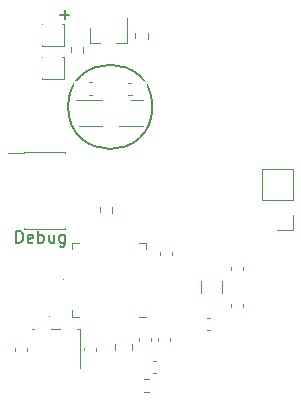
<source format=gto>
G04 #@! TF.GenerationSoftware,KiCad,Pcbnew,5.1.10*
G04 #@! TF.CreationDate,2021-11-09T15:36:01+02:00*
G04 #@! TF.ProjectId,PlantBuddy,506c616e-7442-4756-9464-792e6b696361,rev?*
G04 #@! TF.SameCoordinates,Original*
G04 #@! TF.FileFunction,Legend,Top*
G04 #@! TF.FilePolarity,Positive*
%FSLAX46Y46*%
G04 Gerber Fmt 4.6, Leading zero omitted, Abs format (unit mm)*
G04 Created by KiCad (PCBNEW 5.1.10) date 2021-11-09 15:36:01*
%MOMM*%
%LPD*%
G01*
G04 APERTURE LIST*
%ADD10C,0.150000*%
%ADD11C,0.120000*%
%ADD12O,2.100000X2.100000*%
G04 APERTURE END LIST*
D10*
X61528127Y-48500599D02*
X62290032Y-48500599D01*
X61909080Y-48881551D02*
X61909080Y-48119647D01*
X57804060Y-67779151D02*
X57804060Y-66779151D01*
X58042156Y-66779151D01*
X58185013Y-66826771D01*
X58280251Y-66922009D01*
X58327870Y-67017247D01*
X58375489Y-67207723D01*
X58375489Y-67350580D01*
X58327870Y-67541056D01*
X58280251Y-67636294D01*
X58185013Y-67731532D01*
X58042156Y-67779151D01*
X57804060Y-67779151D01*
X59185013Y-67731532D02*
X59089775Y-67779151D01*
X58899299Y-67779151D01*
X58804060Y-67731532D01*
X58756441Y-67636294D01*
X58756441Y-67255342D01*
X58804060Y-67160104D01*
X58899299Y-67112485D01*
X59089775Y-67112485D01*
X59185013Y-67160104D01*
X59232632Y-67255342D01*
X59232632Y-67350580D01*
X58756441Y-67445818D01*
X59661203Y-67779151D02*
X59661203Y-66779151D01*
X59661203Y-67160104D02*
X59756441Y-67112485D01*
X59946918Y-67112485D01*
X60042156Y-67160104D01*
X60089775Y-67207723D01*
X60137394Y-67302961D01*
X60137394Y-67588675D01*
X60089775Y-67683913D01*
X60042156Y-67731532D01*
X59946918Y-67779151D01*
X59756441Y-67779151D01*
X59661203Y-67731532D01*
X60994537Y-67112485D02*
X60994537Y-67779151D01*
X60565965Y-67112485D02*
X60565965Y-67636294D01*
X60613584Y-67731532D01*
X60708822Y-67779151D01*
X60851680Y-67779151D01*
X60946918Y-67731532D01*
X60994537Y-67683913D01*
X61899299Y-67112485D02*
X61899299Y-67922009D01*
X61851680Y-68017247D01*
X61804060Y-68064866D01*
X61708822Y-68112485D01*
X61565965Y-68112485D01*
X61470727Y-68064866D01*
X61899299Y-67731532D02*
X61804060Y-67779151D01*
X61613584Y-67779151D01*
X61518346Y-67731532D01*
X61470727Y-67683913D01*
X61423108Y-67588675D01*
X61423108Y-67302961D01*
X61470727Y-67207723D01*
X61518346Y-67160104D01*
X61613584Y-67112485D01*
X61804060Y-67112485D01*
X61899299Y-67160104D01*
X69310060Y-56279440D02*
G75*
G03*
X69310060Y-56279440I-3565060J0D01*
G01*
D11*
X59943080Y-52051171D02*
X61843080Y-52051171D01*
X61843080Y-52051171D02*
X61843080Y-53951171D01*
X61843080Y-53951171D02*
X59943080Y-53951171D01*
X59943080Y-53951171D02*
X59943080Y-52051171D01*
X59943080Y-49257171D02*
X61843080Y-49257171D01*
X61843080Y-49257171D02*
X61843080Y-51157171D01*
X61843080Y-51157171D02*
X59943080Y-51157171D01*
X59943080Y-51157171D02*
X59943080Y-49257171D01*
X62402580Y-51714429D02*
X62402580Y-51239913D01*
X63447580Y-51714429D02*
X63447580Y-51239913D01*
X81222280Y-61526371D02*
X78562280Y-61526371D01*
X81222280Y-64126371D02*
X81222280Y-61526371D01*
X78562280Y-64126371D02*
X78562280Y-61526371D01*
X81222280Y-64126371D02*
X78562280Y-64126371D01*
X81222280Y-65396371D02*
X81222280Y-66726371D01*
X81222280Y-66726371D02*
X79892280Y-66726371D01*
X60592680Y-74165607D02*
X60592680Y-73949935D01*
X59872680Y-74165607D02*
X59872680Y-73949935D01*
X63928020Y-54216400D02*
X64209180Y-54216400D01*
X63928020Y-55236400D02*
X64209180Y-55236400D01*
X69669660Y-78809571D02*
X69388500Y-78809571D01*
X69669660Y-77789571D02*
X69388500Y-77789571D01*
X70826480Y-75872991D02*
X70826480Y-76154151D01*
X69806480Y-75872991D02*
X69806480Y-76154151D01*
X76998680Y-72977391D02*
X76998680Y-73258551D01*
X75978680Y-72977391D02*
X75978680Y-73258551D01*
X75953280Y-70134351D02*
X75953280Y-69853191D01*
X76973280Y-70134351D02*
X76973280Y-69853191D01*
X69200880Y-75872991D02*
X69200880Y-76154151D01*
X68180880Y-75872991D02*
X68180880Y-76154151D01*
X58710680Y-76685791D02*
X58710680Y-76966951D01*
X57690680Y-76685791D02*
X57690680Y-76966951D01*
X70953480Y-68583191D02*
X70953480Y-68864351D01*
X69933480Y-68583191D02*
X69933480Y-68864351D01*
X63507280Y-76941551D02*
X63507280Y-76660391D01*
X64527280Y-76941551D02*
X64527280Y-76660391D01*
X74241660Y-75151971D02*
X73960500Y-75151971D01*
X74241660Y-74131971D02*
X73960500Y-74131971D01*
X67293520Y-54218371D02*
X67574680Y-54218371D01*
X67293520Y-55238371D02*
X67574680Y-55238371D01*
X68580622Y-79351871D02*
X69055138Y-79351871D01*
X68580622Y-80396871D02*
X69055138Y-80396871D01*
X68908580Y-50020713D02*
X68908580Y-50495229D01*
X67863580Y-50020713D02*
X67863580Y-50495229D01*
X65885980Y-64778113D02*
X65885980Y-65252629D01*
X64840980Y-64778113D02*
X64840980Y-65252629D01*
X58407600Y-60112600D02*
X61937600Y-60112600D01*
X58407600Y-66582600D02*
X61937600Y-66582600D01*
X57082600Y-60177600D02*
X58407600Y-60177600D01*
X58407600Y-60112600D02*
X58407600Y-60177600D01*
X61937600Y-60112600D02*
X61937600Y-60177600D01*
X58407600Y-66517600D02*
X58407600Y-66582600D01*
X61937600Y-66517600D02*
X61937600Y-66582600D01*
X64012080Y-50890971D02*
X64012080Y-49430971D01*
X67172080Y-50890971D02*
X67172080Y-48730971D01*
X67172080Y-50890971D02*
X66242080Y-50890971D01*
X64012080Y-50890971D02*
X64942080Y-50890971D01*
X62843200Y-55709200D02*
X65043200Y-55709200D01*
X63063200Y-57909200D02*
X65033200Y-57909200D01*
X68210100Y-74035600D02*
X68760100Y-74035600D01*
X62540100Y-67815600D02*
X62540100Y-68365600D01*
X63090100Y-67815600D02*
X62540100Y-67815600D01*
X68760100Y-67815600D02*
X68760100Y-68365600D01*
X68210100Y-67815600D02*
X68760100Y-67815600D01*
X62540100Y-74035600D02*
X62540100Y-73485600D01*
X63090100Y-74035600D02*
X62540100Y-74035600D01*
X61761600Y-70760264D02*
X61761600Y-70975936D01*
X61041600Y-70760264D02*
X61041600Y-70975936D01*
X57928696Y-71033979D02*
X58081199Y-71186482D01*
X57419579Y-71543096D02*
X57572082Y-71695599D01*
X63147080Y-75125571D02*
X59147080Y-75125571D01*
X63147080Y-78425571D02*
X63147080Y-75125571D01*
X73464200Y-72250800D02*
X73464200Y-70900800D01*
X75214200Y-72250800D02*
X75214200Y-70900800D01*
X66152600Y-76905178D02*
X66152600Y-76388022D01*
X67572600Y-76905178D02*
X67572600Y-76388022D01*
X66511600Y-57922400D02*
X68511600Y-57922400D01*
X67511600Y-55702400D02*
X68511600Y-55702400D01*
%LPC*%
G36*
G01*
X59943080Y-53751171D02*
X59943080Y-52251171D01*
G75*
G02*
X60143080Y-52051171I200000J0D01*
G01*
X61643080Y-52051171D01*
G75*
G02*
X61843080Y-52251171I0J-200000D01*
G01*
X61843080Y-53751171D01*
G75*
G02*
X61643080Y-53951171I-200000J0D01*
G01*
X60143080Y-53951171D01*
G75*
G02*
X59943080Y-53751171I0J200000D01*
G01*
G37*
G36*
G01*
X59943080Y-50957171D02*
X59943080Y-49457171D01*
G75*
G02*
X60143080Y-49257171I200000J0D01*
G01*
X61643080Y-49257171D01*
G75*
G02*
X61843080Y-49457171I0J-200000D01*
G01*
X61843080Y-50957171D01*
G75*
G02*
X61643080Y-51157171I-200000J0D01*
G01*
X60143080Y-51157171D01*
G75*
G02*
X59943080Y-50957171I0J200000D01*
G01*
G37*
G36*
G01*
X63300080Y-51252171D02*
X62550080Y-51252171D01*
G75*
G02*
X62250080Y-50952171I0J300000D01*
G01*
X62250080Y-50352171D01*
G75*
G02*
X62550080Y-50052171I300000J0D01*
G01*
X63300080Y-50052171D01*
G75*
G02*
X63600080Y-50352171I0J-300000D01*
G01*
X63600080Y-50952171D01*
G75*
G02*
X63300080Y-51252171I-300000J0D01*
G01*
G37*
G36*
G01*
X63300080Y-52902171D02*
X62550080Y-52902171D01*
G75*
G02*
X62250080Y-52602171I0J300000D01*
G01*
X62250080Y-52002171D01*
G75*
G02*
X62550080Y-51702171I300000J0D01*
G01*
X63300080Y-51702171D01*
G75*
G02*
X63600080Y-52002171I0J-300000D01*
G01*
X63600080Y-52602171D01*
G75*
G02*
X63300080Y-52902171I-300000J0D01*
G01*
G37*
D12*
X79892280Y-62856371D03*
G36*
G01*
X80942280Y-64546371D02*
X80942280Y-66246371D01*
G75*
G02*
X80742280Y-66446371I-200000J0D01*
G01*
X79042280Y-66446371D01*
G75*
G02*
X78842280Y-66246371I0J200000D01*
G01*
X78842280Y-64546371D01*
G75*
G02*
X79042280Y-64346371I200000J0D01*
G01*
X80742280Y-64346371D01*
G75*
G02*
X80942280Y-64546371I0J-200000D01*
G01*
G37*
G36*
G01*
X60502680Y-74057771D02*
X59962680Y-74057771D01*
G75*
G02*
X59722680Y-73817771I0J240000D01*
G01*
X59722680Y-73337771D01*
G75*
G02*
X59962680Y-73097771I240000J0D01*
G01*
X60502680Y-73097771D01*
G75*
G02*
X60742680Y-73337771I0J-240000D01*
G01*
X60742680Y-73817771D01*
G75*
G02*
X60502680Y-74057771I-240000J0D01*
G01*
G37*
G36*
G01*
X60502680Y-75017771D02*
X59962680Y-75017771D01*
G75*
G02*
X59722680Y-74777771I0J240000D01*
G01*
X59722680Y-74297771D01*
G75*
G02*
X59962680Y-74057771I240000J0D01*
G01*
X60502680Y-74057771D01*
G75*
G02*
X60742680Y-74297771I0J-240000D01*
G01*
X60742680Y-74777771D01*
G75*
G02*
X60502680Y-75017771I-240000J0D01*
G01*
G37*
G36*
G01*
X62643600Y-55076400D02*
X62643600Y-54376400D01*
G75*
G02*
X62968600Y-54051400I325000J0D01*
G01*
X63618600Y-54051400D01*
G75*
G02*
X63943600Y-54376400I0J-325000D01*
G01*
X63943600Y-55076400D01*
G75*
G02*
X63618600Y-55401400I-325000J0D01*
G01*
X62968600Y-55401400D01*
G75*
G02*
X62643600Y-55076400I0J325000D01*
G01*
G37*
G36*
G01*
X64193600Y-55076400D02*
X64193600Y-54376400D01*
G75*
G02*
X64518600Y-54051400I325000J0D01*
G01*
X65168600Y-54051400D01*
G75*
G02*
X65493600Y-54376400I0J-325000D01*
G01*
X65493600Y-55076400D01*
G75*
G02*
X65168600Y-55401400I-325000J0D01*
G01*
X64518600Y-55401400D01*
G75*
G02*
X64193600Y-55076400I0J325000D01*
G01*
G37*
G36*
G01*
X70954080Y-77949571D02*
X70954080Y-78649571D01*
G75*
G02*
X70629080Y-78974571I-325000J0D01*
G01*
X69979080Y-78974571D01*
G75*
G02*
X69654080Y-78649571I0J325000D01*
G01*
X69654080Y-77949571D01*
G75*
G02*
X69979080Y-77624571I325000J0D01*
G01*
X70629080Y-77624571D01*
G75*
G02*
X70954080Y-77949571I0J-325000D01*
G01*
G37*
G36*
G01*
X69404080Y-77949571D02*
X69404080Y-78649571D01*
G75*
G02*
X69079080Y-78974571I-325000J0D01*
G01*
X68429080Y-78974571D01*
G75*
G02*
X68104080Y-78649571I0J325000D01*
G01*
X68104080Y-77949571D01*
G75*
G02*
X68429080Y-77624571I325000J0D01*
G01*
X69079080Y-77624571D01*
G75*
G02*
X69404080Y-77949571I0J-325000D01*
G01*
G37*
G36*
G01*
X69966480Y-74588571D02*
X70666480Y-74588571D01*
G75*
G02*
X70991480Y-74913571I0J-325000D01*
G01*
X70991480Y-75563571D01*
G75*
G02*
X70666480Y-75888571I-325000J0D01*
G01*
X69966480Y-75888571D01*
G75*
G02*
X69641480Y-75563571I0J325000D01*
G01*
X69641480Y-74913571D01*
G75*
G02*
X69966480Y-74588571I325000J0D01*
G01*
G37*
G36*
G01*
X69966480Y-76138571D02*
X70666480Y-76138571D01*
G75*
G02*
X70991480Y-76463571I0J-325000D01*
G01*
X70991480Y-77113571D01*
G75*
G02*
X70666480Y-77438571I-325000J0D01*
G01*
X69966480Y-77438571D01*
G75*
G02*
X69641480Y-77113571I0J325000D01*
G01*
X69641480Y-76463571D01*
G75*
G02*
X69966480Y-76138571I325000J0D01*
G01*
G37*
G36*
G01*
X76138680Y-71692971D02*
X76838680Y-71692971D01*
G75*
G02*
X77163680Y-72017971I0J-325000D01*
G01*
X77163680Y-72667971D01*
G75*
G02*
X76838680Y-72992971I-325000J0D01*
G01*
X76138680Y-72992971D01*
G75*
G02*
X75813680Y-72667971I0J325000D01*
G01*
X75813680Y-72017971D01*
G75*
G02*
X76138680Y-71692971I325000J0D01*
G01*
G37*
G36*
G01*
X76138680Y-73242971D02*
X76838680Y-73242971D01*
G75*
G02*
X77163680Y-73567971I0J-325000D01*
G01*
X77163680Y-74217971D01*
G75*
G02*
X76838680Y-74542971I-325000J0D01*
G01*
X76138680Y-74542971D01*
G75*
G02*
X75813680Y-74217971I0J325000D01*
G01*
X75813680Y-73567971D01*
G75*
G02*
X76138680Y-73242971I325000J0D01*
G01*
G37*
G36*
G01*
X76813280Y-71418771D02*
X76113280Y-71418771D01*
G75*
G02*
X75788280Y-71093771I0J325000D01*
G01*
X75788280Y-70443771D01*
G75*
G02*
X76113280Y-70118771I325000J0D01*
G01*
X76813280Y-70118771D01*
G75*
G02*
X77138280Y-70443771I0J-325000D01*
G01*
X77138280Y-71093771D01*
G75*
G02*
X76813280Y-71418771I-325000J0D01*
G01*
G37*
G36*
G01*
X76813280Y-69868771D02*
X76113280Y-69868771D01*
G75*
G02*
X75788280Y-69543771I0J325000D01*
G01*
X75788280Y-68893771D01*
G75*
G02*
X76113280Y-68568771I325000J0D01*
G01*
X76813280Y-68568771D01*
G75*
G02*
X77138280Y-68893771I0J-325000D01*
G01*
X77138280Y-69543771D01*
G75*
G02*
X76813280Y-69868771I-325000J0D01*
G01*
G37*
G36*
G01*
X68340880Y-74588571D02*
X69040880Y-74588571D01*
G75*
G02*
X69365880Y-74913571I0J-325000D01*
G01*
X69365880Y-75563571D01*
G75*
G02*
X69040880Y-75888571I-325000J0D01*
G01*
X68340880Y-75888571D01*
G75*
G02*
X68015880Y-75563571I0J325000D01*
G01*
X68015880Y-74913571D01*
G75*
G02*
X68340880Y-74588571I325000J0D01*
G01*
G37*
G36*
G01*
X68340880Y-76138571D02*
X69040880Y-76138571D01*
G75*
G02*
X69365880Y-76463571I0J-325000D01*
G01*
X69365880Y-77113571D01*
G75*
G02*
X69040880Y-77438571I-325000J0D01*
G01*
X68340880Y-77438571D01*
G75*
G02*
X68015880Y-77113571I0J325000D01*
G01*
X68015880Y-76463571D01*
G75*
G02*
X68340880Y-76138571I325000J0D01*
G01*
G37*
G36*
G01*
X57850680Y-75401371D02*
X58550680Y-75401371D01*
G75*
G02*
X58875680Y-75726371I0J-325000D01*
G01*
X58875680Y-76376371D01*
G75*
G02*
X58550680Y-76701371I-325000J0D01*
G01*
X57850680Y-76701371D01*
G75*
G02*
X57525680Y-76376371I0J325000D01*
G01*
X57525680Y-75726371D01*
G75*
G02*
X57850680Y-75401371I325000J0D01*
G01*
G37*
G36*
G01*
X57850680Y-76951371D02*
X58550680Y-76951371D01*
G75*
G02*
X58875680Y-77276371I0J-325000D01*
G01*
X58875680Y-77926371D01*
G75*
G02*
X58550680Y-78251371I-325000J0D01*
G01*
X57850680Y-78251371D01*
G75*
G02*
X57525680Y-77926371I0J325000D01*
G01*
X57525680Y-77276371D01*
G75*
G02*
X57850680Y-76951371I325000J0D01*
G01*
G37*
G36*
G01*
X70093480Y-67298771D02*
X70793480Y-67298771D01*
G75*
G02*
X71118480Y-67623771I0J-325000D01*
G01*
X71118480Y-68273771D01*
G75*
G02*
X70793480Y-68598771I-325000J0D01*
G01*
X70093480Y-68598771D01*
G75*
G02*
X69768480Y-68273771I0J325000D01*
G01*
X69768480Y-67623771D01*
G75*
G02*
X70093480Y-67298771I325000J0D01*
G01*
G37*
G36*
G01*
X70093480Y-68848771D02*
X70793480Y-68848771D01*
G75*
G02*
X71118480Y-69173771I0J-325000D01*
G01*
X71118480Y-69823771D01*
G75*
G02*
X70793480Y-70148771I-325000J0D01*
G01*
X70093480Y-70148771D01*
G75*
G02*
X69768480Y-69823771I0J325000D01*
G01*
X69768480Y-69173771D01*
G75*
G02*
X70093480Y-68848771I325000J0D01*
G01*
G37*
G36*
G01*
X64367280Y-78225971D02*
X63667280Y-78225971D01*
G75*
G02*
X63342280Y-77900971I0J325000D01*
G01*
X63342280Y-77250971D01*
G75*
G02*
X63667280Y-76925971I325000J0D01*
G01*
X64367280Y-76925971D01*
G75*
G02*
X64692280Y-77250971I0J-325000D01*
G01*
X64692280Y-77900971D01*
G75*
G02*
X64367280Y-78225971I-325000J0D01*
G01*
G37*
G36*
G01*
X64367280Y-76675971D02*
X63667280Y-76675971D01*
G75*
G02*
X63342280Y-76350971I0J325000D01*
G01*
X63342280Y-75700971D01*
G75*
G02*
X63667280Y-75375971I325000J0D01*
G01*
X64367280Y-75375971D01*
G75*
G02*
X64692280Y-75700971I0J-325000D01*
G01*
X64692280Y-76350971D01*
G75*
G02*
X64367280Y-76675971I-325000J0D01*
G01*
G37*
G36*
G01*
X75526080Y-74291971D02*
X75526080Y-74991971D01*
G75*
G02*
X75201080Y-75316971I-325000J0D01*
G01*
X74551080Y-75316971D01*
G75*
G02*
X74226080Y-74991971I0J325000D01*
G01*
X74226080Y-74291971D01*
G75*
G02*
X74551080Y-73966971I325000J0D01*
G01*
X75201080Y-73966971D01*
G75*
G02*
X75526080Y-74291971I0J-325000D01*
G01*
G37*
G36*
G01*
X73976080Y-74291971D02*
X73976080Y-74991971D01*
G75*
G02*
X73651080Y-75316971I-325000J0D01*
G01*
X73001080Y-75316971D01*
G75*
G02*
X72676080Y-74991971I0J325000D01*
G01*
X72676080Y-74291971D01*
G75*
G02*
X73001080Y-73966971I325000J0D01*
G01*
X73651080Y-73966971D01*
G75*
G02*
X73976080Y-74291971I0J-325000D01*
G01*
G37*
G36*
G01*
X66009100Y-55078371D02*
X66009100Y-54378371D01*
G75*
G02*
X66334100Y-54053371I325000J0D01*
G01*
X66984100Y-54053371D01*
G75*
G02*
X67309100Y-54378371I0J-325000D01*
G01*
X67309100Y-55078371D01*
G75*
G02*
X66984100Y-55403371I-325000J0D01*
G01*
X66334100Y-55403371D01*
G75*
G02*
X66009100Y-55078371I0J325000D01*
G01*
G37*
G36*
G01*
X67559100Y-55078371D02*
X67559100Y-54378371D01*
G75*
G02*
X67884100Y-54053371I325000J0D01*
G01*
X68534100Y-54053371D01*
G75*
G02*
X68859100Y-54378371I0J-325000D01*
G01*
X68859100Y-55078371D01*
G75*
G02*
X68534100Y-55403371I-325000J0D01*
G01*
X67884100Y-55403371D01*
G75*
G02*
X67559100Y-55078371I0J325000D01*
G01*
G37*
G36*
G01*
X67392880Y-80249371D02*
X67392880Y-79499371D01*
G75*
G02*
X67692880Y-79199371I300000J0D01*
G01*
X68292880Y-79199371D01*
G75*
G02*
X68592880Y-79499371I0J-300000D01*
G01*
X68592880Y-80249371D01*
G75*
G02*
X68292880Y-80549371I-300000J0D01*
G01*
X67692880Y-80549371D01*
G75*
G02*
X67392880Y-80249371I0J300000D01*
G01*
G37*
G36*
G01*
X69042880Y-80249371D02*
X69042880Y-79499371D01*
G75*
G02*
X69342880Y-79199371I300000J0D01*
G01*
X69942880Y-79199371D01*
G75*
G02*
X70242880Y-79499371I0J-300000D01*
G01*
X70242880Y-80249371D01*
G75*
G02*
X69942880Y-80549371I-300000J0D01*
G01*
X69342880Y-80549371D01*
G75*
G02*
X69042880Y-80249371I0J300000D01*
G01*
G37*
G36*
G01*
X68011080Y-48832971D02*
X68761080Y-48832971D01*
G75*
G02*
X69061080Y-49132971I0J-300000D01*
G01*
X69061080Y-49732971D01*
G75*
G02*
X68761080Y-50032971I-300000J0D01*
G01*
X68011080Y-50032971D01*
G75*
G02*
X67711080Y-49732971I0J300000D01*
G01*
X67711080Y-49132971D01*
G75*
G02*
X68011080Y-48832971I300000J0D01*
G01*
G37*
G36*
G01*
X68011080Y-50482971D02*
X68761080Y-50482971D01*
G75*
G02*
X69061080Y-50782971I0J-300000D01*
G01*
X69061080Y-51382971D01*
G75*
G02*
X68761080Y-51682971I-300000J0D01*
G01*
X68011080Y-51682971D01*
G75*
G02*
X67711080Y-51382971I0J300000D01*
G01*
X67711080Y-50782971D01*
G75*
G02*
X68011080Y-50482971I300000J0D01*
G01*
G37*
G36*
G01*
X64988480Y-63590371D02*
X65738480Y-63590371D01*
G75*
G02*
X66038480Y-63890371I0J-300000D01*
G01*
X66038480Y-64490371D01*
G75*
G02*
X65738480Y-64790371I-300000J0D01*
G01*
X64988480Y-64790371D01*
G75*
G02*
X64688480Y-64490371I0J300000D01*
G01*
X64688480Y-63890371D01*
G75*
G02*
X64988480Y-63590371I300000J0D01*
G01*
G37*
G36*
G01*
X64988480Y-65240371D02*
X65738480Y-65240371D01*
G75*
G02*
X66038480Y-65540371I0J-300000D01*
G01*
X66038480Y-66140371D01*
G75*
G02*
X65738480Y-66440371I-300000J0D01*
G01*
X64988480Y-66440371D01*
G75*
G02*
X64688480Y-66140371I0J300000D01*
G01*
X64688480Y-65540371D01*
G75*
G02*
X64988480Y-65240371I300000J0D01*
G01*
G37*
G36*
G01*
X56822600Y-61177600D02*
X56822600Y-60437600D01*
G75*
G02*
X57022600Y-60237600I200000J0D01*
G01*
X59422600Y-60237600D01*
G75*
G02*
X59622600Y-60437600I0J-200000D01*
G01*
X59622600Y-61177600D01*
G75*
G02*
X59422600Y-61377600I-200000J0D01*
G01*
X57022600Y-61377600D01*
G75*
G02*
X56822600Y-61177600I0J200000D01*
G01*
G37*
G36*
G01*
X60722600Y-61177600D02*
X60722600Y-60437600D01*
G75*
G02*
X60922600Y-60237600I200000J0D01*
G01*
X63322600Y-60237600D01*
G75*
G02*
X63522600Y-60437600I0J-200000D01*
G01*
X63522600Y-61177600D01*
G75*
G02*
X63322600Y-61377600I-200000J0D01*
G01*
X60922600Y-61377600D01*
G75*
G02*
X60722600Y-61177600I0J200000D01*
G01*
G37*
G36*
G01*
X56822600Y-62447600D02*
X56822600Y-61707600D01*
G75*
G02*
X57022600Y-61507600I200000J0D01*
G01*
X59422600Y-61507600D01*
G75*
G02*
X59622600Y-61707600I0J-200000D01*
G01*
X59622600Y-62447600D01*
G75*
G02*
X59422600Y-62647600I-200000J0D01*
G01*
X57022600Y-62647600D01*
G75*
G02*
X56822600Y-62447600I0J200000D01*
G01*
G37*
G36*
G01*
X60722600Y-62447600D02*
X60722600Y-61707600D01*
G75*
G02*
X60922600Y-61507600I200000J0D01*
G01*
X63322600Y-61507600D01*
G75*
G02*
X63522600Y-61707600I0J-200000D01*
G01*
X63522600Y-62447600D01*
G75*
G02*
X63322600Y-62647600I-200000J0D01*
G01*
X60922600Y-62647600D01*
G75*
G02*
X60722600Y-62447600I0J200000D01*
G01*
G37*
G36*
G01*
X56822600Y-63717600D02*
X56822600Y-62977600D01*
G75*
G02*
X57022600Y-62777600I200000J0D01*
G01*
X59422600Y-62777600D01*
G75*
G02*
X59622600Y-62977600I0J-200000D01*
G01*
X59622600Y-63717600D01*
G75*
G02*
X59422600Y-63917600I-200000J0D01*
G01*
X57022600Y-63917600D01*
G75*
G02*
X56822600Y-63717600I0J200000D01*
G01*
G37*
G36*
G01*
X60722600Y-63717600D02*
X60722600Y-62977600D01*
G75*
G02*
X60922600Y-62777600I200000J0D01*
G01*
X63322600Y-62777600D01*
G75*
G02*
X63522600Y-62977600I0J-200000D01*
G01*
X63522600Y-63717600D01*
G75*
G02*
X63322600Y-63917600I-200000J0D01*
G01*
X60922600Y-63917600D01*
G75*
G02*
X60722600Y-63717600I0J200000D01*
G01*
G37*
G36*
G01*
X56822600Y-64987600D02*
X56822600Y-64247600D01*
G75*
G02*
X57022600Y-64047600I200000J0D01*
G01*
X59422600Y-64047600D01*
G75*
G02*
X59622600Y-64247600I0J-200000D01*
G01*
X59622600Y-64987600D01*
G75*
G02*
X59422600Y-65187600I-200000J0D01*
G01*
X57022600Y-65187600D01*
G75*
G02*
X56822600Y-64987600I0J200000D01*
G01*
G37*
G36*
G01*
X60722600Y-64987600D02*
X60722600Y-64247600D01*
G75*
G02*
X60922600Y-64047600I200000J0D01*
G01*
X63322600Y-64047600D01*
G75*
G02*
X63522600Y-64247600I0J-200000D01*
G01*
X63522600Y-64987600D01*
G75*
G02*
X63322600Y-65187600I-200000J0D01*
G01*
X60922600Y-65187600D01*
G75*
G02*
X60722600Y-64987600I0J200000D01*
G01*
G37*
G36*
G01*
X56822600Y-66257600D02*
X56822600Y-65517600D01*
G75*
G02*
X57022600Y-65317600I200000J0D01*
G01*
X59422600Y-65317600D01*
G75*
G02*
X59622600Y-65517600I0J-200000D01*
G01*
X59622600Y-66257600D01*
G75*
G02*
X59422600Y-66457600I-200000J0D01*
G01*
X57022600Y-66457600D01*
G75*
G02*
X56822600Y-66257600I0J200000D01*
G01*
G37*
G36*
G01*
X60722600Y-66257600D02*
X60722600Y-65517600D01*
G75*
G02*
X60922600Y-65317600I200000J0D01*
G01*
X63322600Y-65317600D01*
G75*
G02*
X63522600Y-65517600I0J-200000D01*
G01*
X63522600Y-66257600D01*
G75*
G02*
X63322600Y-66457600I-200000J0D01*
G01*
X60922600Y-66457600D01*
G75*
G02*
X60722600Y-66257600I0J200000D01*
G01*
G37*
G36*
G01*
X66142080Y-48480971D02*
X66942080Y-48480971D01*
G75*
G02*
X67142080Y-48680971I0J-200000D01*
G01*
X67142080Y-49580971D01*
G75*
G02*
X66942080Y-49780971I-200000J0D01*
G01*
X66142080Y-49780971D01*
G75*
G02*
X65942080Y-49580971I0J200000D01*
G01*
X65942080Y-48680971D01*
G75*
G02*
X66142080Y-48480971I200000J0D01*
G01*
G37*
G36*
G01*
X64242080Y-48480971D02*
X65042080Y-48480971D01*
G75*
G02*
X65242080Y-48680971I0J-200000D01*
G01*
X65242080Y-49580971D01*
G75*
G02*
X65042080Y-49780971I-200000J0D01*
G01*
X64242080Y-49780971D01*
G75*
G02*
X64042080Y-49580971I0J200000D01*
G01*
X64042080Y-48680971D01*
G75*
G02*
X64242080Y-48480971I200000J0D01*
G01*
G37*
G36*
G01*
X65192080Y-50480971D02*
X65992080Y-50480971D01*
G75*
G02*
X66192080Y-50680971I0J-200000D01*
G01*
X66192080Y-51580971D01*
G75*
G02*
X65992080Y-51780971I-200000J0D01*
G01*
X65192080Y-51780971D01*
G75*
G02*
X64992080Y-51580971I0J200000D01*
G01*
X64992080Y-50680971D01*
G75*
G02*
X65192080Y-50480971I200000J0D01*
G01*
G37*
G36*
G01*
X62618200Y-56334200D02*
X62618200Y-55984200D01*
G75*
G02*
X62793200Y-55809200I175000J0D01*
G01*
X63493200Y-55809200D01*
G75*
G02*
X63668200Y-55984200I0J-175000D01*
G01*
X63668200Y-56334200D01*
G75*
G02*
X63493200Y-56509200I-175000J0D01*
G01*
X62793200Y-56509200D01*
G75*
G02*
X62618200Y-56334200I0J175000D01*
G01*
G37*
G36*
G01*
X62618200Y-56984200D02*
X62618200Y-56634200D01*
G75*
G02*
X62793200Y-56459200I175000J0D01*
G01*
X63493200Y-56459200D01*
G75*
G02*
X63668200Y-56634200I0J-175000D01*
G01*
X63668200Y-56984200D01*
G75*
G02*
X63493200Y-57159200I-175000J0D01*
G01*
X62793200Y-57159200D01*
G75*
G02*
X62618200Y-56984200I0J175000D01*
G01*
G37*
G36*
G01*
X62618200Y-57634200D02*
X62618200Y-57284200D01*
G75*
G02*
X62793200Y-57109200I175000J0D01*
G01*
X63493200Y-57109200D01*
G75*
G02*
X63668200Y-57284200I0J-175000D01*
G01*
X63668200Y-57634200D01*
G75*
G02*
X63493200Y-57809200I-175000J0D01*
G01*
X62793200Y-57809200D01*
G75*
G02*
X62618200Y-57634200I0J175000D01*
G01*
G37*
G36*
G01*
X64418200Y-57634200D02*
X64418200Y-57284200D01*
G75*
G02*
X64593200Y-57109200I175000J0D01*
G01*
X65293200Y-57109200D01*
G75*
G02*
X65468200Y-57284200I0J-175000D01*
G01*
X65468200Y-57634200D01*
G75*
G02*
X65293200Y-57809200I-175000J0D01*
G01*
X64593200Y-57809200D01*
G75*
G02*
X64418200Y-57634200I0J175000D01*
G01*
G37*
G36*
G01*
X64418200Y-56984200D02*
X64418200Y-56634200D01*
G75*
G02*
X64593200Y-56459200I175000J0D01*
G01*
X65293200Y-56459200D01*
G75*
G02*
X65468200Y-56634200I0J-175000D01*
G01*
X65468200Y-56984200D01*
G75*
G02*
X65293200Y-57159200I-175000J0D01*
G01*
X64593200Y-57159200D01*
G75*
G02*
X64418200Y-56984200I0J175000D01*
G01*
G37*
G36*
G01*
X64418200Y-56334200D02*
X64418200Y-55984200D01*
G75*
G02*
X64593200Y-55809200I175000J0D01*
G01*
X65293200Y-55809200D01*
G75*
G02*
X65468200Y-55984200I0J-175000D01*
G01*
X65468200Y-56334200D01*
G75*
G02*
X65293200Y-56509200I-175000J0D01*
G01*
X64593200Y-56509200D01*
G75*
G02*
X64418200Y-56334200I0J175000D01*
G01*
G37*
G36*
G01*
X69200100Y-72975600D02*
X69200100Y-73275600D01*
G75*
G02*
X69050100Y-73425600I-150000J0D01*
G01*
X68150100Y-73425600D01*
G75*
G02*
X68000100Y-73275600I0J150000D01*
G01*
X68000100Y-72975600D01*
G75*
G02*
X68150100Y-72825600I150000J0D01*
G01*
X69050100Y-72825600D01*
G75*
G02*
X69200100Y-72975600I0J-150000D01*
G01*
G37*
G36*
G01*
X69200100Y-72575600D02*
X69200100Y-72875600D01*
G75*
G02*
X69050100Y-73025600I-150000J0D01*
G01*
X68150100Y-73025600D01*
G75*
G02*
X68000100Y-72875600I0J150000D01*
G01*
X68000100Y-72575600D01*
G75*
G02*
X68150100Y-72425600I150000J0D01*
G01*
X69050100Y-72425600D01*
G75*
G02*
X69200100Y-72575600I0J-150000D01*
G01*
G37*
G36*
G01*
X69200100Y-72175600D02*
X69200100Y-72475600D01*
G75*
G02*
X69050100Y-72625600I-150000J0D01*
G01*
X68150100Y-72625600D01*
G75*
G02*
X68000100Y-72475600I0J150000D01*
G01*
X68000100Y-72175600D01*
G75*
G02*
X68150100Y-72025600I150000J0D01*
G01*
X69050100Y-72025600D01*
G75*
G02*
X69200100Y-72175600I0J-150000D01*
G01*
G37*
G36*
G01*
X69200100Y-71775600D02*
X69200100Y-72075600D01*
G75*
G02*
X69050100Y-72225600I-150000J0D01*
G01*
X68150100Y-72225600D01*
G75*
G02*
X68000100Y-72075600I0J150000D01*
G01*
X68000100Y-71775600D01*
G75*
G02*
X68150100Y-71625600I150000J0D01*
G01*
X69050100Y-71625600D01*
G75*
G02*
X69200100Y-71775600I0J-150000D01*
G01*
G37*
G36*
G01*
X69200100Y-71375600D02*
X69200100Y-71675600D01*
G75*
G02*
X69050100Y-71825600I-150000J0D01*
G01*
X68150100Y-71825600D01*
G75*
G02*
X68000100Y-71675600I0J150000D01*
G01*
X68000100Y-71375600D01*
G75*
G02*
X68150100Y-71225600I150000J0D01*
G01*
X69050100Y-71225600D01*
G75*
G02*
X69200100Y-71375600I0J-150000D01*
G01*
G37*
G36*
G01*
X69200100Y-70975600D02*
X69200100Y-71275600D01*
G75*
G02*
X69050100Y-71425600I-150000J0D01*
G01*
X68150100Y-71425600D01*
G75*
G02*
X68000100Y-71275600I0J150000D01*
G01*
X68000100Y-70975600D01*
G75*
G02*
X68150100Y-70825600I150000J0D01*
G01*
X69050100Y-70825600D01*
G75*
G02*
X69200100Y-70975600I0J-150000D01*
G01*
G37*
G36*
G01*
X69200100Y-70575600D02*
X69200100Y-70875600D01*
G75*
G02*
X69050100Y-71025600I-150000J0D01*
G01*
X68150100Y-71025600D01*
G75*
G02*
X68000100Y-70875600I0J150000D01*
G01*
X68000100Y-70575600D01*
G75*
G02*
X68150100Y-70425600I150000J0D01*
G01*
X69050100Y-70425600D01*
G75*
G02*
X69200100Y-70575600I0J-150000D01*
G01*
G37*
G36*
G01*
X69200100Y-70175600D02*
X69200100Y-70475600D01*
G75*
G02*
X69050100Y-70625600I-150000J0D01*
G01*
X68150100Y-70625600D01*
G75*
G02*
X68000100Y-70475600I0J150000D01*
G01*
X68000100Y-70175600D01*
G75*
G02*
X68150100Y-70025600I150000J0D01*
G01*
X69050100Y-70025600D01*
G75*
G02*
X69200100Y-70175600I0J-150000D01*
G01*
G37*
G36*
G01*
X69200100Y-69775600D02*
X69200100Y-70075600D01*
G75*
G02*
X69050100Y-70225600I-150000J0D01*
G01*
X68150100Y-70225600D01*
G75*
G02*
X68000100Y-70075600I0J150000D01*
G01*
X68000100Y-69775600D01*
G75*
G02*
X68150100Y-69625600I150000J0D01*
G01*
X69050100Y-69625600D01*
G75*
G02*
X69200100Y-69775600I0J-150000D01*
G01*
G37*
G36*
G01*
X69200100Y-69375600D02*
X69200100Y-69675600D01*
G75*
G02*
X69050100Y-69825600I-150000J0D01*
G01*
X68150100Y-69825600D01*
G75*
G02*
X68000100Y-69675600I0J150000D01*
G01*
X68000100Y-69375600D01*
G75*
G02*
X68150100Y-69225600I150000J0D01*
G01*
X69050100Y-69225600D01*
G75*
G02*
X69200100Y-69375600I0J-150000D01*
G01*
G37*
G36*
G01*
X69200100Y-68975600D02*
X69200100Y-69275600D01*
G75*
G02*
X69050100Y-69425600I-150000J0D01*
G01*
X68150100Y-69425600D01*
G75*
G02*
X68000100Y-69275600I0J150000D01*
G01*
X68000100Y-68975600D01*
G75*
G02*
X68150100Y-68825600I150000J0D01*
G01*
X69050100Y-68825600D01*
G75*
G02*
X69200100Y-68975600I0J-150000D01*
G01*
G37*
G36*
G01*
X69200100Y-68575600D02*
X69200100Y-68875600D01*
G75*
G02*
X69050100Y-69025600I-150000J0D01*
G01*
X68150100Y-69025600D01*
G75*
G02*
X68000100Y-68875600I0J150000D01*
G01*
X68000100Y-68575600D01*
G75*
G02*
X68150100Y-68425600I150000J0D01*
G01*
X69050100Y-68425600D01*
G75*
G02*
X69200100Y-68575600I0J-150000D01*
G01*
G37*
G36*
G01*
X68150100Y-67525600D02*
X68150100Y-68425600D01*
G75*
G02*
X68000100Y-68575600I-150000J0D01*
G01*
X67700100Y-68575600D01*
G75*
G02*
X67550100Y-68425600I0J150000D01*
G01*
X67550100Y-67525600D01*
G75*
G02*
X67700100Y-67375600I150000J0D01*
G01*
X68000100Y-67375600D01*
G75*
G02*
X68150100Y-67525600I0J-150000D01*
G01*
G37*
G36*
G01*
X67750100Y-67525600D02*
X67750100Y-68425600D01*
G75*
G02*
X67600100Y-68575600I-150000J0D01*
G01*
X67300100Y-68575600D01*
G75*
G02*
X67150100Y-68425600I0J150000D01*
G01*
X67150100Y-67525600D01*
G75*
G02*
X67300100Y-67375600I150000J0D01*
G01*
X67600100Y-67375600D01*
G75*
G02*
X67750100Y-67525600I0J-150000D01*
G01*
G37*
G36*
G01*
X67350100Y-67525600D02*
X67350100Y-68425600D01*
G75*
G02*
X67200100Y-68575600I-150000J0D01*
G01*
X66900100Y-68575600D01*
G75*
G02*
X66750100Y-68425600I0J150000D01*
G01*
X66750100Y-67525600D01*
G75*
G02*
X66900100Y-67375600I150000J0D01*
G01*
X67200100Y-67375600D01*
G75*
G02*
X67350100Y-67525600I0J-150000D01*
G01*
G37*
G36*
G01*
X66950100Y-67525600D02*
X66950100Y-68425600D01*
G75*
G02*
X66800100Y-68575600I-150000J0D01*
G01*
X66500100Y-68575600D01*
G75*
G02*
X66350100Y-68425600I0J150000D01*
G01*
X66350100Y-67525600D01*
G75*
G02*
X66500100Y-67375600I150000J0D01*
G01*
X66800100Y-67375600D01*
G75*
G02*
X66950100Y-67525600I0J-150000D01*
G01*
G37*
G36*
G01*
X66550100Y-67525600D02*
X66550100Y-68425600D01*
G75*
G02*
X66400100Y-68575600I-150000J0D01*
G01*
X66100100Y-68575600D01*
G75*
G02*
X65950100Y-68425600I0J150000D01*
G01*
X65950100Y-67525600D01*
G75*
G02*
X66100100Y-67375600I150000J0D01*
G01*
X66400100Y-67375600D01*
G75*
G02*
X66550100Y-67525600I0J-150000D01*
G01*
G37*
G36*
G01*
X66150100Y-67525600D02*
X66150100Y-68425600D01*
G75*
G02*
X66000100Y-68575600I-150000J0D01*
G01*
X65700100Y-68575600D01*
G75*
G02*
X65550100Y-68425600I0J150000D01*
G01*
X65550100Y-67525600D01*
G75*
G02*
X65700100Y-67375600I150000J0D01*
G01*
X66000100Y-67375600D01*
G75*
G02*
X66150100Y-67525600I0J-150000D01*
G01*
G37*
G36*
G01*
X65750100Y-67525600D02*
X65750100Y-68425600D01*
G75*
G02*
X65600100Y-68575600I-150000J0D01*
G01*
X65300100Y-68575600D01*
G75*
G02*
X65150100Y-68425600I0J150000D01*
G01*
X65150100Y-67525600D01*
G75*
G02*
X65300100Y-67375600I150000J0D01*
G01*
X65600100Y-67375600D01*
G75*
G02*
X65750100Y-67525600I0J-150000D01*
G01*
G37*
G36*
G01*
X65350100Y-67525600D02*
X65350100Y-68425600D01*
G75*
G02*
X65200100Y-68575600I-150000J0D01*
G01*
X64900100Y-68575600D01*
G75*
G02*
X64750100Y-68425600I0J150000D01*
G01*
X64750100Y-67525600D01*
G75*
G02*
X64900100Y-67375600I150000J0D01*
G01*
X65200100Y-67375600D01*
G75*
G02*
X65350100Y-67525600I0J-150000D01*
G01*
G37*
G36*
G01*
X64950100Y-67525600D02*
X64950100Y-68425600D01*
G75*
G02*
X64800100Y-68575600I-150000J0D01*
G01*
X64500100Y-68575600D01*
G75*
G02*
X64350100Y-68425600I0J150000D01*
G01*
X64350100Y-67525600D01*
G75*
G02*
X64500100Y-67375600I150000J0D01*
G01*
X64800100Y-67375600D01*
G75*
G02*
X64950100Y-67525600I0J-150000D01*
G01*
G37*
G36*
G01*
X64550100Y-67525600D02*
X64550100Y-68425600D01*
G75*
G02*
X64400100Y-68575600I-150000J0D01*
G01*
X64100100Y-68575600D01*
G75*
G02*
X63950100Y-68425600I0J150000D01*
G01*
X63950100Y-67525600D01*
G75*
G02*
X64100100Y-67375600I150000J0D01*
G01*
X64400100Y-67375600D01*
G75*
G02*
X64550100Y-67525600I0J-150000D01*
G01*
G37*
G36*
G01*
X64150100Y-67525600D02*
X64150100Y-68425600D01*
G75*
G02*
X64000100Y-68575600I-150000J0D01*
G01*
X63700100Y-68575600D01*
G75*
G02*
X63550100Y-68425600I0J150000D01*
G01*
X63550100Y-67525600D01*
G75*
G02*
X63700100Y-67375600I150000J0D01*
G01*
X64000100Y-67375600D01*
G75*
G02*
X64150100Y-67525600I0J-150000D01*
G01*
G37*
G36*
G01*
X63750100Y-67525600D02*
X63750100Y-68425600D01*
G75*
G02*
X63600100Y-68575600I-150000J0D01*
G01*
X63300100Y-68575600D01*
G75*
G02*
X63150100Y-68425600I0J150000D01*
G01*
X63150100Y-67525600D01*
G75*
G02*
X63300100Y-67375600I150000J0D01*
G01*
X63600100Y-67375600D01*
G75*
G02*
X63750100Y-67525600I0J-150000D01*
G01*
G37*
G36*
G01*
X63300100Y-68575600D02*
X63300100Y-68875600D01*
G75*
G02*
X63150100Y-69025600I-150000J0D01*
G01*
X62250100Y-69025600D01*
G75*
G02*
X62100100Y-68875600I0J150000D01*
G01*
X62100100Y-68575600D01*
G75*
G02*
X62250100Y-68425600I150000J0D01*
G01*
X63150100Y-68425600D01*
G75*
G02*
X63300100Y-68575600I0J-150000D01*
G01*
G37*
G36*
G01*
X63300100Y-68975600D02*
X63300100Y-69275600D01*
G75*
G02*
X63150100Y-69425600I-150000J0D01*
G01*
X62250100Y-69425600D01*
G75*
G02*
X62100100Y-69275600I0J150000D01*
G01*
X62100100Y-68975600D01*
G75*
G02*
X62250100Y-68825600I150000J0D01*
G01*
X63150100Y-68825600D01*
G75*
G02*
X63300100Y-68975600I0J-150000D01*
G01*
G37*
G36*
G01*
X63300100Y-69375600D02*
X63300100Y-69675600D01*
G75*
G02*
X63150100Y-69825600I-150000J0D01*
G01*
X62250100Y-69825600D01*
G75*
G02*
X62100100Y-69675600I0J150000D01*
G01*
X62100100Y-69375600D01*
G75*
G02*
X62250100Y-69225600I150000J0D01*
G01*
X63150100Y-69225600D01*
G75*
G02*
X63300100Y-69375600I0J-150000D01*
G01*
G37*
G36*
G01*
X63300100Y-69775600D02*
X63300100Y-70075600D01*
G75*
G02*
X63150100Y-70225600I-150000J0D01*
G01*
X62250100Y-70225600D01*
G75*
G02*
X62100100Y-70075600I0J150000D01*
G01*
X62100100Y-69775600D01*
G75*
G02*
X62250100Y-69625600I150000J0D01*
G01*
X63150100Y-69625600D01*
G75*
G02*
X63300100Y-69775600I0J-150000D01*
G01*
G37*
G36*
G01*
X63300100Y-70175600D02*
X63300100Y-70475600D01*
G75*
G02*
X63150100Y-70625600I-150000J0D01*
G01*
X62250100Y-70625600D01*
G75*
G02*
X62100100Y-70475600I0J150000D01*
G01*
X62100100Y-70175600D01*
G75*
G02*
X62250100Y-70025600I150000J0D01*
G01*
X63150100Y-70025600D01*
G75*
G02*
X63300100Y-70175600I0J-150000D01*
G01*
G37*
G36*
G01*
X63300100Y-70575600D02*
X63300100Y-70875600D01*
G75*
G02*
X63150100Y-71025600I-150000J0D01*
G01*
X62250100Y-71025600D01*
G75*
G02*
X62100100Y-70875600I0J150000D01*
G01*
X62100100Y-70575600D01*
G75*
G02*
X62250100Y-70425600I150000J0D01*
G01*
X63150100Y-70425600D01*
G75*
G02*
X63300100Y-70575600I0J-150000D01*
G01*
G37*
G36*
G01*
X63300100Y-70975600D02*
X63300100Y-71275600D01*
G75*
G02*
X63150100Y-71425600I-150000J0D01*
G01*
X62250100Y-71425600D01*
G75*
G02*
X62100100Y-71275600I0J150000D01*
G01*
X62100100Y-70975600D01*
G75*
G02*
X62250100Y-70825600I150000J0D01*
G01*
X63150100Y-70825600D01*
G75*
G02*
X63300100Y-70975600I0J-150000D01*
G01*
G37*
G36*
G01*
X63300100Y-71375600D02*
X63300100Y-71675600D01*
G75*
G02*
X63150100Y-71825600I-150000J0D01*
G01*
X62250100Y-71825600D01*
G75*
G02*
X62100100Y-71675600I0J150000D01*
G01*
X62100100Y-71375600D01*
G75*
G02*
X62250100Y-71225600I150000J0D01*
G01*
X63150100Y-71225600D01*
G75*
G02*
X63300100Y-71375600I0J-150000D01*
G01*
G37*
G36*
G01*
X63300100Y-71775600D02*
X63300100Y-72075600D01*
G75*
G02*
X63150100Y-72225600I-150000J0D01*
G01*
X62250100Y-72225600D01*
G75*
G02*
X62100100Y-72075600I0J150000D01*
G01*
X62100100Y-71775600D01*
G75*
G02*
X62250100Y-71625600I150000J0D01*
G01*
X63150100Y-71625600D01*
G75*
G02*
X63300100Y-71775600I0J-150000D01*
G01*
G37*
G36*
G01*
X63300100Y-72175600D02*
X63300100Y-72475600D01*
G75*
G02*
X63150100Y-72625600I-150000J0D01*
G01*
X62250100Y-72625600D01*
G75*
G02*
X62100100Y-72475600I0J150000D01*
G01*
X62100100Y-72175600D01*
G75*
G02*
X62250100Y-72025600I150000J0D01*
G01*
X63150100Y-72025600D01*
G75*
G02*
X63300100Y-72175600I0J-150000D01*
G01*
G37*
G36*
G01*
X63300100Y-72575600D02*
X63300100Y-72875600D01*
G75*
G02*
X63150100Y-73025600I-150000J0D01*
G01*
X62250100Y-73025600D01*
G75*
G02*
X62100100Y-72875600I0J150000D01*
G01*
X62100100Y-72575600D01*
G75*
G02*
X62250100Y-72425600I150000J0D01*
G01*
X63150100Y-72425600D01*
G75*
G02*
X63300100Y-72575600I0J-150000D01*
G01*
G37*
G36*
G01*
X63300100Y-72975600D02*
X63300100Y-73275600D01*
G75*
G02*
X63150100Y-73425600I-150000J0D01*
G01*
X62250100Y-73425600D01*
G75*
G02*
X62100100Y-73275600I0J150000D01*
G01*
X62100100Y-72975600D01*
G75*
G02*
X62250100Y-72825600I150000J0D01*
G01*
X63150100Y-72825600D01*
G75*
G02*
X63300100Y-72975600I0J-150000D01*
G01*
G37*
G36*
G01*
X63750100Y-73425600D02*
X63750100Y-74325600D01*
G75*
G02*
X63600100Y-74475600I-150000J0D01*
G01*
X63300100Y-74475600D01*
G75*
G02*
X63150100Y-74325600I0J150000D01*
G01*
X63150100Y-73425600D01*
G75*
G02*
X63300100Y-73275600I150000J0D01*
G01*
X63600100Y-73275600D01*
G75*
G02*
X63750100Y-73425600I0J-150000D01*
G01*
G37*
G36*
G01*
X64150100Y-73425600D02*
X64150100Y-74325600D01*
G75*
G02*
X64000100Y-74475600I-150000J0D01*
G01*
X63700100Y-74475600D01*
G75*
G02*
X63550100Y-74325600I0J150000D01*
G01*
X63550100Y-73425600D01*
G75*
G02*
X63700100Y-73275600I150000J0D01*
G01*
X64000100Y-73275600D01*
G75*
G02*
X64150100Y-73425600I0J-150000D01*
G01*
G37*
G36*
G01*
X64550100Y-73425600D02*
X64550100Y-74325600D01*
G75*
G02*
X64400100Y-74475600I-150000J0D01*
G01*
X64100100Y-74475600D01*
G75*
G02*
X63950100Y-74325600I0J150000D01*
G01*
X63950100Y-73425600D01*
G75*
G02*
X64100100Y-73275600I150000J0D01*
G01*
X64400100Y-73275600D01*
G75*
G02*
X64550100Y-73425600I0J-150000D01*
G01*
G37*
G36*
G01*
X64950100Y-73425600D02*
X64950100Y-74325600D01*
G75*
G02*
X64800100Y-74475600I-150000J0D01*
G01*
X64500100Y-74475600D01*
G75*
G02*
X64350100Y-74325600I0J150000D01*
G01*
X64350100Y-73425600D01*
G75*
G02*
X64500100Y-73275600I150000J0D01*
G01*
X64800100Y-73275600D01*
G75*
G02*
X64950100Y-73425600I0J-150000D01*
G01*
G37*
G36*
G01*
X65350100Y-73425600D02*
X65350100Y-74325600D01*
G75*
G02*
X65200100Y-74475600I-150000J0D01*
G01*
X64900100Y-74475600D01*
G75*
G02*
X64750100Y-74325600I0J150000D01*
G01*
X64750100Y-73425600D01*
G75*
G02*
X64900100Y-73275600I150000J0D01*
G01*
X65200100Y-73275600D01*
G75*
G02*
X65350100Y-73425600I0J-150000D01*
G01*
G37*
G36*
G01*
X65750100Y-73425600D02*
X65750100Y-74325600D01*
G75*
G02*
X65600100Y-74475600I-150000J0D01*
G01*
X65300100Y-74475600D01*
G75*
G02*
X65150100Y-74325600I0J150000D01*
G01*
X65150100Y-73425600D01*
G75*
G02*
X65300100Y-73275600I150000J0D01*
G01*
X65600100Y-73275600D01*
G75*
G02*
X65750100Y-73425600I0J-150000D01*
G01*
G37*
G36*
G01*
X66150100Y-73425600D02*
X66150100Y-74325600D01*
G75*
G02*
X66000100Y-74475600I-150000J0D01*
G01*
X65700100Y-74475600D01*
G75*
G02*
X65550100Y-74325600I0J150000D01*
G01*
X65550100Y-73425600D01*
G75*
G02*
X65700100Y-73275600I150000J0D01*
G01*
X66000100Y-73275600D01*
G75*
G02*
X66150100Y-73425600I0J-150000D01*
G01*
G37*
G36*
G01*
X66550100Y-73425600D02*
X66550100Y-74325600D01*
G75*
G02*
X66400100Y-74475600I-150000J0D01*
G01*
X66100100Y-74475600D01*
G75*
G02*
X65950100Y-74325600I0J150000D01*
G01*
X65950100Y-73425600D01*
G75*
G02*
X66100100Y-73275600I150000J0D01*
G01*
X66400100Y-73275600D01*
G75*
G02*
X66550100Y-73425600I0J-150000D01*
G01*
G37*
G36*
G01*
X66950100Y-73425600D02*
X66950100Y-74325600D01*
G75*
G02*
X66800100Y-74475600I-150000J0D01*
G01*
X66500100Y-74475600D01*
G75*
G02*
X66350100Y-74325600I0J150000D01*
G01*
X66350100Y-73425600D01*
G75*
G02*
X66500100Y-73275600I150000J0D01*
G01*
X66800100Y-73275600D01*
G75*
G02*
X66950100Y-73425600I0J-150000D01*
G01*
G37*
G36*
G01*
X67350100Y-73425600D02*
X67350100Y-74325600D01*
G75*
G02*
X67200100Y-74475600I-150000J0D01*
G01*
X66900100Y-74475600D01*
G75*
G02*
X66750100Y-74325600I0J150000D01*
G01*
X66750100Y-73425600D01*
G75*
G02*
X66900100Y-73275600I150000J0D01*
G01*
X67200100Y-73275600D01*
G75*
G02*
X67350100Y-73425600I0J-150000D01*
G01*
G37*
G36*
G01*
X67750100Y-73425600D02*
X67750100Y-74325600D01*
G75*
G02*
X67600100Y-74475600I-150000J0D01*
G01*
X67300100Y-74475600D01*
G75*
G02*
X67150100Y-74325600I0J150000D01*
G01*
X67150100Y-73425600D01*
G75*
G02*
X67300100Y-73275600I150000J0D01*
G01*
X67600100Y-73275600D01*
G75*
G02*
X67750100Y-73425600I0J-150000D01*
G01*
G37*
G36*
G01*
X68150100Y-73425600D02*
X68150100Y-74325600D01*
G75*
G02*
X68000100Y-74475600I-150000J0D01*
G01*
X67700100Y-74475600D01*
G75*
G02*
X67550100Y-74325600I0J150000D01*
G01*
X67550100Y-73425600D01*
G75*
G02*
X67700100Y-73275600I150000J0D01*
G01*
X68000100Y-73275600D01*
G75*
G02*
X68150100Y-73425600I0J-150000D01*
G01*
G37*
G36*
G01*
X68150100Y-68625600D02*
X68150100Y-73225600D01*
G75*
G02*
X67950100Y-73425600I-200000J0D01*
G01*
X63350100Y-73425600D01*
G75*
G02*
X63150100Y-73225600I0J200000D01*
G01*
X63150100Y-68625600D01*
G75*
G02*
X63350100Y-68425600I200000J0D01*
G01*
X67950100Y-68425600D01*
G75*
G02*
X68150100Y-68625600I0J-200000D01*
G01*
G37*
G36*
G01*
X59867600Y-70696100D02*
X59867600Y-70151100D01*
G75*
G02*
X60115100Y-69903600I247500J0D01*
G01*
X60610100Y-69903600D01*
G75*
G02*
X60857600Y-70151100I0J-247500D01*
G01*
X60857600Y-70696100D01*
G75*
G02*
X60610100Y-70943600I-247500J0D01*
G01*
X60115100Y-70943600D01*
G75*
G02*
X59867600Y-70696100I0J247500D01*
G01*
G37*
G36*
G01*
X58897600Y-70696100D02*
X58897600Y-70151100D01*
G75*
G02*
X59145100Y-69903600I247500J0D01*
G01*
X59640100Y-69903600D01*
G75*
G02*
X59887600Y-70151100I0J-247500D01*
G01*
X59887600Y-70696100D01*
G75*
G02*
X59640100Y-70943600I-247500J0D01*
G01*
X59145100Y-70943600D01*
G75*
G02*
X58897600Y-70696100I0J247500D01*
G01*
G37*
G36*
G01*
X61131600Y-70868100D02*
X61671600Y-70868100D01*
G75*
G02*
X61911600Y-71108100I0J-240000D01*
G01*
X61911600Y-71588100D01*
G75*
G02*
X61671600Y-71828100I-240000J0D01*
G01*
X61131600Y-71828100D01*
G75*
G02*
X60891600Y-71588100I0J240000D01*
G01*
X60891600Y-71108100D01*
G75*
G02*
X61131600Y-70868100I240000J0D01*
G01*
G37*
G36*
G01*
X61131600Y-69908100D02*
X61671600Y-69908100D01*
G75*
G02*
X61911600Y-70148100I0J-240000D01*
G01*
X61911600Y-70628100D01*
G75*
G02*
X61671600Y-70868100I-240000J0D01*
G01*
X61131600Y-70868100D01*
G75*
G02*
X60891600Y-70628100I0J240000D01*
G01*
X60891600Y-70148100D01*
G75*
G02*
X61131600Y-69908100I240000J0D01*
G01*
G37*
G36*
G01*
X57559470Y-71555707D02*
X57941307Y-71173870D01*
G75*
G02*
X58280719Y-71173870I169706J-169706D01*
G01*
X58620130Y-71513281D01*
G75*
G02*
X58620130Y-71852693I-169706J-169706D01*
G01*
X58238293Y-72234530D01*
G75*
G02*
X57898881Y-72234530I-169706J169706D01*
G01*
X57559470Y-71895119D01*
G75*
G02*
X57559470Y-71555707I169706J169706D01*
G01*
G37*
G36*
G01*
X56880648Y-70876885D02*
X57262485Y-70495048D01*
G75*
G02*
X57601897Y-70495048I169706J-169706D01*
G01*
X57941308Y-70834459D01*
G75*
G02*
X57941308Y-71173871I-169706J-169706D01*
G01*
X57559471Y-71555708D01*
G75*
G02*
X57220059Y-71555708I-169706J169706D01*
G01*
X56880648Y-71216297D01*
G75*
G02*
X56880648Y-70876885I169706J169706D01*
G01*
G37*
G36*
G01*
X63147080Y-77025571D02*
X63147080Y-78225571D01*
G75*
G02*
X62947080Y-78425571I-200000J0D01*
G01*
X61547080Y-78425571D01*
G75*
G02*
X61347080Y-78225571I0J200000D01*
G01*
X61347080Y-77025571D01*
G75*
G02*
X61547080Y-76825571I200000J0D01*
G01*
X62947080Y-76825571D01*
G75*
G02*
X63147080Y-77025571I0J-200000D01*
G01*
G37*
G36*
G01*
X60947080Y-77025571D02*
X60947080Y-78225571D01*
G75*
G02*
X60747080Y-78425571I-200000J0D01*
G01*
X59347080Y-78425571D01*
G75*
G02*
X59147080Y-78225571I0J200000D01*
G01*
X59147080Y-77025571D01*
G75*
G02*
X59347080Y-76825571I200000J0D01*
G01*
X60747080Y-76825571D01*
G75*
G02*
X60947080Y-77025571I0J-200000D01*
G01*
G37*
G36*
G01*
X60947080Y-75325571D02*
X60947080Y-76525571D01*
G75*
G02*
X60747080Y-76725571I-200000J0D01*
G01*
X59347080Y-76725571D01*
G75*
G02*
X59147080Y-76525571I0J200000D01*
G01*
X59147080Y-75325571D01*
G75*
G02*
X59347080Y-75125571I200000J0D01*
G01*
X60747080Y-75125571D01*
G75*
G02*
X60947080Y-75325571I0J-200000D01*
G01*
G37*
G36*
G01*
X63147080Y-75325571D02*
X63147080Y-76525571D01*
G75*
G02*
X62947080Y-76725571I-200000J0D01*
G01*
X61547080Y-76725571D01*
G75*
G02*
X61347080Y-76525571I0J200000D01*
G01*
X61347080Y-75325571D01*
G75*
G02*
X61547080Y-75125571I200000J0D01*
G01*
X62947080Y-75125571D01*
G75*
G02*
X63147080Y-75325571I0J-200000D01*
G01*
G37*
G36*
G01*
X75239200Y-73525800D02*
X73439200Y-73525800D01*
G75*
G02*
X73239200Y-73325800I0J200000D01*
G01*
X73239200Y-72325800D01*
G75*
G02*
X73439200Y-72125800I200000J0D01*
G01*
X75239200Y-72125800D01*
G75*
G02*
X75439200Y-72325800I0J-200000D01*
G01*
X75439200Y-73325800D01*
G75*
G02*
X75239200Y-73525800I-200000J0D01*
G01*
G37*
G36*
G01*
X75239200Y-71025800D02*
X73439200Y-71025800D01*
G75*
G02*
X73239200Y-70825800I0J200000D01*
G01*
X73239200Y-69825800D01*
G75*
G02*
X73439200Y-69625800I200000J0D01*
G01*
X75239200Y-69625800D01*
G75*
G02*
X75439200Y-69825800I0J-200000D01*
G01*
X75439200Y-70825800D01*
G75*
G02*
X75239200Y-71025800I-200000J0D01*
G01*
G37*
G36*
G01*
X67418850Y-76396600D02*
X66306350Y-76396600D01*
G75*
G02*
X65962600Y-76052850I0J343750D01*
G01*
X65962600Y-75365350D01*
G75*
G02*
X66306350Y-75021600I343750J0D01*
G01*
X67418850Y-75021600D01*
G75*
G02*
X67762600Y-75365350I0J-343750D01*
G01*
X67762600Y-76052850D01*
G75*
G02*
X67418850Y-76396600I-343750J0D01*
G01*
G37*
G36*
G01*
X67418850Y-78271600D02*
X66306350Y-78271600D01*
G75*
G02*
X65962600Y-77927850I0J343750D01*
G01*
X65962600Y-77240350D01*
G75*
G02*
X66306350Y-76896600I343750J0D01*
G01*
X67418850Y-76896600D01*
G75*
G02*
X67762600Y-77240350I0J-343750D01*
G01*
X67762600Y-77927850D01*
G75*
G02*
X67418850Y-78271600I-343750J0D01*
G01*
G37*
G36*
G01*
X66111600Y-56499900D02*
X66111600Y-56124900D01*
G75*
G02*
X66299100Y-55937400I187500J0D01*
G01*
X66874100Y-55937400D01*
G75*
G02*
X67061600Y-56124900I0J-187500D01*
G01*
X67061600Y-56499900D01*
G75*
G02*
X66874100Y-56687400I-187500J0D01*
G01*
X66299100Y-56687400D01*
G75*
G02*
X66111600Y-56499900I0J187500D01*
G01*
G37*
G36*
G01*
X66111600Y-57499900D02*
X66111600Y-57124900D01*
G75*
G02*
X66299100Y-56937400I187500J0D01*
G01*
X66874100Y-56937400D01*
G75*
G02*
X67061600Y-57124900I0J-187500D01*
G01*
X67061600Y-57499900D01*
G75*
G02*
X66874100Y-57687400I-187500J0D01*
G01*
X66299100Y-57687400D01*
G75*
G02*
X66111600Y-57499900I0J187500D01*
G01*
G37*
G36*
G01*
X67961600Y-57499900D02*
X67961600Y-57124900D01*
G75*
G02*
X68149100Y-56937400I187500J0D01*
G01*
X68724100Y-56937400D01*
G75*
G02*
X68911600Y-57124900I0J-187500D01*
G01*
X68911600Y-57499900D01*
G75*
G02*
X68724100Y-57687400I-187500J0D01*
G01*
X68149100Y-57687400D01*
G75*
G02*
X67961600Y-57499900I0J187500D01*
G01*
G37*
G36*
G01*
X67961600Y-56499900D02*
X67961600Y-56124900D01*
G75*
G02*
X68149100Y-55937400I187500J0D01*
G01*
X68724100Y-55937400D01*
G75*
G02*
X68911600Y-56124900I0J-187500D01*
G01*
X68911600Y-56499900D01*
G75*
G02*
X68724100Y-56687400I-187500J0D01*
G01*
X68149100Y-56687400D01*
G75*
G02*
X67961600Y-56499900I0J187500D01*
G01*
G37*
G36*
G01*
X66961600Y-57537400D02*
X66961600Y-56087400D01*
G75*
G02*
X67236600Y-55812400I275000J0D01*
G01*
X67786600Y-55812400D01*
G75*
G02*
X68061600Y-56087400I0J-275000D01*
G01*
X68061600Y-57537400D01*
G75*
G02*
X67786600Y-57812400I-275000J0D01*
G01*
X67236600Y-57812400D01*
G75*
G02*
X66961600Y-57537400I0J275000D01*
G01*
G37*
M02*

</source>
